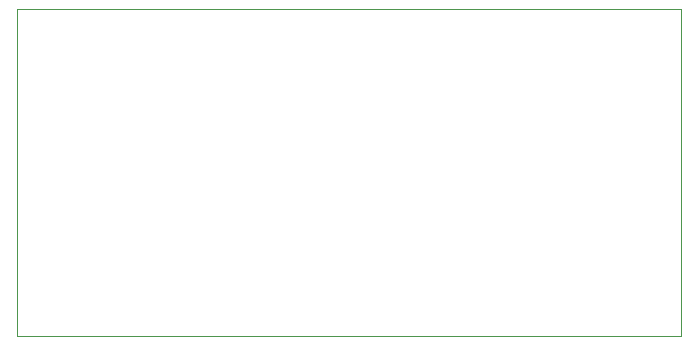
<source format=gbr>
%TF.GenerationSoftware,KiCad,Pcbnew,9.0.1*%
%TF.CreationDate,2025-04-11T16:24:37+02:00*%
%TF.ProjectId,Alimentation_DC_DC,416c696d-656e-4746-9174-696f6e5f4443,rev?*%
%TF.SameCoordinates,Original*%
%TF.FileFunction,Profile,NP*%
%FSLAX46Y46*%
G04 Gerber Fmt 4.6, Leading zero omitted, Abs format (unit mm)*
G04 Created by KiCad (PCBNEW 9.0.1) date 2025-04-11 16:24:37*
%MOMM*%
%LPD*%
G01*
G04 APERTURE LIST*
%TA.AperFunction,Profile*%
%ADD10C,0.050000*%
%TD*%
G04 APERTURE END LIST*
D10*
X130750000Y-90250000D02*
X130750000Y-62500000D01*
X187000000Y-90250000D02*
X130750000Y-90250000D01*
X187000000Y-62500000D02*
X187000000Y-90250000D01*
X130750000Y-62500000D02*
X187000000Y-62500000D01*
M02*

</source>
